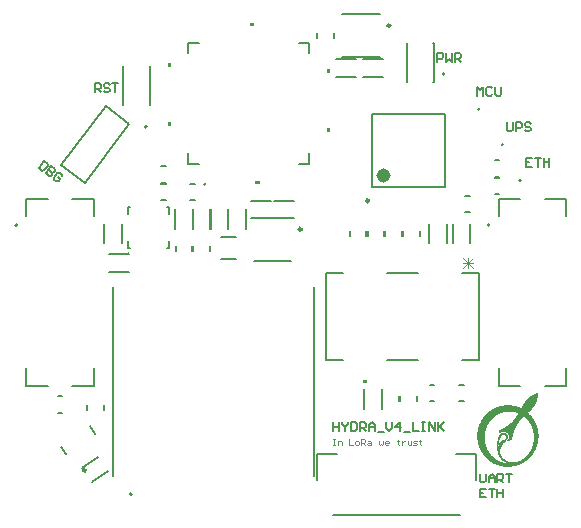
<source format=gto>
G04*
G04 #@! TF.GenerationSoftware,Altium Limited,Altium Designer,24.4.1 (13)*
G04*
G04 Layer_Color=65535*
%FSLAX44Y44*%
%MOMM*%
G71*
G04*
G04 #@! TF.SameCoordinates,FE180870-32F7-4A95-A59D-FA59A3482B45*
G04*
G04*
G04 #@! TF.FilePolarity,Positive*
G04*
G01*
G75*
%ADD10C,0.1524*%
%ADD11C,0.1000*%
%ADD12C,0.2000*%
%ADD13C,0.2500*%
%ADD14C,0.6000*%
%ADD15C,0.1500*%
%ADD16C,0.1270*%
%ADD17C,0.0762*%
G36*
X60155Y-73721D02*
Y-76261D01*
X56345D01*
Y-73721D01*
X60155D01*
D02*
G37*
G36*
X205000Y-85000D02*
X204970Y-85711D01*
X204941Y-85800D01*
X204896Y-86170D01*
X204867Y-86584D01*
X204837Y-86940D01*
X204807Y-87117D01*
X204778Y-87265D01*
X204734Y-87665D01*
X204660Y-88124D01*
X204630Y-88243D01*
X204600Y-88391D01*
X204571Y-88657D01*
X204541Y-88805D01*
X204511Y-88924D01*
X204467Y-89087D01*
X204437Y-89294D01*
X204408Y-89472D01*
X204349Y-89620D01*
X204319Y-89738D01*
X204275Y-90019D01*
X204215Y-90167D01*
X204171Y-90330D01*
X204141Y-90538D01*
X204052Y-90745D01*
X204023Y-90863D01*
X203978Y-91056D01*
X203919Y-91204D01*
X203830Y-91530D01*
X203756Y-91692D01*
X203727Y-91811D01*
X203579Y-92196D01*
X203549Y-92314D01*
X203431Y-92581D01*
X203401Y-92699D01*
X203342Y-92759D01*
X203312Y-92877D01*
X203164Y-93203D01*
X203105Y-93351D01*
X202986Y-93617D01*
X202957Y-93677D01*
X202897Y-93736D01*
X202853Y-93899D01*
X202779Y-94002D01*
X202720Y-94150D01*
X202690Y-94210D01*
X202631Y-94269D01*
X202557Y-94461D01*
X202512Y-94506D01*
X202483Y-94565D01*
X202365Y-94772D01*
X202216Y-95039D01*
X202098Y-95246D01*
X202039Y-95305D01*
X202009Y-95424D01*
X201891Y-95542D01*
X201861Y-95631D01*
X201743Y-95809D01*
X201713Y-95868D01*
X201624Y-95957D01*
X201535Y-96105D01*
X201417Y-96283D01*
X201387Y-96342D01*
X201298Y-96431D01*
X201269Y-96490D01*
X201180Y-96579D01*
X201091Y-96727D01*
X200810Y-97097D01*
X200765Y-97141D01*
X200736Y-97200D01*
X200617Y-97319D01*
X200529Y-97467D01*
X200440Y-97556D01*
X200410Y-97615D01*
X200292Y-97733D01*
X200262Y-97793D01*
X200084Y-97970D01*
X200055Y-98030D01*
X199907Y-98178D01*
X199877Y-98237D01*
X199729Y-98385D01*
X199699Y-98444D01*
X199640Y-98474D01*
X199611Y-98533D01*
X199462Y-98681D01*
X199433Y-98740D01*
X199344Y-98799D01*
X199314Y-98859D01*
X197967Y-100206D01*
X197923Y-100221D01*
X197893Y-100280D01*
X197848Y-100325D01*
X197789Y-100354D01*
X197701Y-100473D01*
X197641Y-100502D01*
X197256Y-100887D01*
X197197Y-100917D01*
X196960Y-101154D01*
X196901Y-101183D01*
X196634Y-101450D01*
X196575Y-101480D01*
X196427Y-101628D01*
X196368Y-101657D01*
X196324Y-101790D01*
X196353Y-101879D01*
X196397Y-101924D01*
X196457Y-101953D01*
X196575Y-102072D01*
X196620Y-102087D01*
X196649Y-102146D01*
X196827Y-102294D01*
X197019Y-102486D01*
X197064Y-102501D01*
X197093Y-102560D01*
X197138Y-102605D01*
X197197Y-102634D01*
X197256Y-102723D01*
X197316Y-102753D01*
X198071Y-103508D01*
X198100Y-103567D01*
X198145Y-103612D01*
X198189Y-103626D01*
X198219Y-103686D01*
X198604Y-104071D01*
X198633Y-104130D01*
X198781Y-104278D01*
X198796Y-104322D01*
X198855Y-104352D01*
X198929Y-104456D01*
X199018Y-104544D01*
X199048Y-104604D01*
X199166Y-104722D01*
X199196Y-104781D01*
X199314Y-104900D01*
X199344Y-104959D01*
X199462Y-105077D01*
X199492Y-105137D01*
X199581Y-105225D01*
X199611Y-105285D01*
X199744Y-105448D01*
X199981Y-105744D01*
X200025Y-105788D01*
X200055Y-105847D01*
X200203Y-106055D01*
X200232Y-106114D01*
X200321Y-106203D01*
X200351Y-106262D01*
X200440Y-106351D01*
X200558Y-106558D01*
X200617Y-106617D01*
X200647Y-106677D01*
X200706Y-106736D01*
X200795Y-106884D01*
X200854Y-106943D01*
X201091Y-107358D01*
X201150Y-107417D01*
X201239Y-107565D01*
X201358Y-107772D01*
X201417Y-107831D01*
X201654Y-108246D01*
X201831Y-108542D01*
X201980Y-108809D01*
X202098Y-109016D01*
X202246Y-109283D01*
X202335Y-109490D01*
X202365Y-109549D01*
X202424Y-109608D01*
X202453Y-109727D01*
X202483Y-109786D01*
X202601Y-109964D01*
X202631Y-110082D01*
X202690Y-110141D01*
X202779Y-110378D01*
X202897Y-110645D01*
X202927Y-110704D01*
X203046Y-110970D01*
X203075Y-111030D01*
X203164Y-111237D01*
X203312Y-111563D01*
X203342Y-111681D01*
X203460Y-111948D01*
X203490Y-112066D01*
X203549Y-112125D01*
X203608Y-112362D01*
X203638Y-112421D01*
X203727Y-112629D01*
X203771Y-112792D01*
X203845Y-112954D01*
X203875Y-113073D01*
X203919Y-113236D01*
X203993Y-113399D01*
X204052Y-113636D01*
X204141Y-113843D01*
X204186Y-114065D01*
X204245Y-114213D01*
X204289Y-114376D01*
X204334Y-114598D01*
X204408Y-114790D01*
X204437Y-114909D01*
X204482Y-115131D01*
X204556Y-115383D01*
X204585Y-115501D01*
X204615Y-115768D01*
X204674Y-115916D01*
X204704Y-116034D01*
X204734Y-116241D01*
X204763Y-116360D01*
X204807Y-116552D01*
X204837Y-116671D01*
X204867Y-116908D01*
X204926Y-117263D01*
X204985Y-117500D01*
X205015Y-117855D01*
X205044Y-118122D01*
X205074Y-118270D01*
X205104Y-118448D01*
X205148Y-118847D01*
X205193Y-119632D01*
X205222Y-119810D01*
X205266Y-119913D01*
X205296Y-120002D01*
X205281Y-123186D01*
X205237Y-123200D01*
X205178Y-123615D01*
X205133Y-124429D01*
X205104Y-124666D01*
X205044Y-124962D01*
X205015Y-125259D01*
X204985Y-125584D01*
X204956Y-125732D01*
X204911Y-125895D01*
X204852Y-126310D01*
X204807Y-126561D01*
X204763Y-126724D01*
X204734Y-126932D01*
X204660Y-127243D01*
X204615Y-127406D01*
X204585Y-127524D01*
X204556Y-127761D01*
X204526Y-127850D01*
X204467Y-127998D01*
X204423Y-128279D01*
X204363Y-128427D01*
X204319Y-128590D01*
X204289Y-128708D01*
X204245Y-128871D01*
X204171Y-129064D01*
X204126Y-129316D01*
X204023Y-129567D01*
X203978Y-129760D01*
X203875Y-130011D01*
X203830Y-130204D01*
X203786Y-130248D01*
X203727Y-130485D01*
X203667Y-130633D01*
X203579Y-130841D01*
X203549Y-130959D01*
X203431Y-131226D01*
X203401Y-131344D01*
X203342Y-131403D01*
X203312Y-131522D01*
X203268Y-131685D01*
X203223Y-131729D01*
X203105Y-132025D01*
X203016Y-132232D01*
X202720Y-132884D01*
X202690Y-132943D01*
X202631Y-133002D01*
X202557Y-133195D01*
X202216Y-133831D01*
X202157Y-133980D01*
X202128Y-134039D01*
X202068Y-134098D01*
X201772Y-134631D01*
X201654Y-134838D01*
X201506Y-135105D01*
X201298Y-135430D01*
X201269Y-135490D01*
X201210Y-135549D01*
X201091Y-135756D01*
X201032Y-135815D01*
X201002Y-135904D01*
X200884Y-136082D01*
X200854Y-136141D01*
X200765Y-136230D01*
X200676Y-136378D01*
X200617Y-136437D01*
X200529Y-136585D01*
X200469Y-136645D01*
X200380Y-136793D01*
X200232Y-137000D01*
X199951Y-137370D01*
X199907Y-137415D01*
X199818Y-137563D01*
X199729Y-137652D01*
X199699Y-137711D01*
X199611Y-137800D01*
X199581Y-137859D01*
X199492Y-137948D01*
X199462Y-138007D01*
X199329Y-138170D01*
X199270Y-138258D01*
X199211Y-138288D01*
X199063Y-138466D01*
X198989Y-138569D01*
X198870Y-138688D01*
X198841Y-138747D01*
X198722Y-138866D01*
X198692Y-138925D01*
X198574Y-139043D01*
X198559Y-139088D01*
X198500Y-139117D01*
X198352Y-139295D01*
X198011Y-139635D01*
X197997Y-139680D01*
X197937Y-139710D01*
X197893Y-139754D01*
X197863Y-139813D01*
X197775Y-139872D01*
X197745Y-139932D01*
X197552Y-140124D01*
X197508Y-140139D01*
X197478Y-140198D01*
X197434Y-140243D01*
X197375Y-140272D01*
X197330Y-140317D01*
X197316Y-140361D01*
X197256Y-140391D01*
X196812Y-140835D01*
X196753Y-140864D01*
X196723Y-140924D01*
X196664Y-140953D01*
X196516Y-141101D01*
X196457Y-141131D01*
X196338Y-141249D01*
X196279Y-141279D01*
X196161Y-141397D01*
X196101Y-141427D01*
X195865Y-141664D01*
X195805Y-141694D01*
X195687Y-141812D01*
X195628Y-141842D01*
X195539Y-141931D01*
X195391Y-142019D01*
X195302Y-142108D01*
X195243Y-142138D01*
X195154Y-142227D01*
X195095Y-142256D01*
X194976Y-142375D01*
X194828Y-142464D01*
X194769Y-142523D01*
X194621Y-142612D01*
X194562Y-142671D01*
X194502Y-142701D01*
X194414Y-142789D01*
X194206Y-142908D01*
X194147Y-142967D01*
X194088Y-142997D01*
X193999Y-143085D01*
X193851Y-143174D01*
X193643Y-143293D01*
X193584Y-143352D01*
X193436Y-143441D01*
X193229Y-143559D01*
X193140Y-143648D01*
X192726Y-143885D01*
X192666Y-143944D01*
X192548Y-143974D01*
X192459Y-144063D01*
X192267Y-144137D01*
X192192Y-144211D01*
X191748Y-144448D01*
X191689Y-144507D01*
X191526Y-144551D01*
X191452Y-144625D01*
X191260Y-144699D01*
X191186Y-144773D01*
X191023Y-144818D01*
X190919Y-144892D01*
X190771Y-144951D01*
X190712Y-144981D01*
X190564Y-145070D01*
X190416Y-145129D01*
X190149Y-145247D01*
X189823Y-145395D01*
X189764Y-145425D01*
X189705Y-145484D01*
X189513Y-145528D01*
X189320Y-145632D01*
X189202Y-145662D01*
X188935Y-145780D01*
X188743Y-145854D01*
X188580Y-145928D01*
X188417Y-145973D01*
X188165Y-146076D01*
X187973Y-146150D01*
X187839Y-146195D01*
X187603Y-146254D01*
X187395Y-146343D01*
X187158Y-146402D01*
X186951Y-146491D01*
X186759Y-146535D01*
X186611Y-146594D01*
X186448Y-146639D01*
X186225Y-146683D01*
X186033Y-146757D01*
X185915Y-146787D01*
X185693Y-146831D01*
X185574Y-146861D01*
X185411Y-146905D01*
X185293Y-146935D01*
X185071Y-146980D01*
X184819Y-147053D01*
X184389Y-147128D01*
X184153Y-147187D01*
X183679Y-147246D01*
X183560Y-147276D01*
X183398Y-147320D01*
X183190Y-147350D01*
X182731Y-147394D01*
X182435Y-147453D01*
X182035Y-147498D01*
X181191Y-147542D01*
X181014Y-147572D01*
X180925Y-147601D01*
X180910Y-147646D01*
X177653Y-147616D01*
X177505Y-147557D01*
X177208Y-147527D01*
X176231Y-147468D01*
X176142Y-147438D01*
X175787Y-147379D01*
X175402Y-147350D01*
X175121Y-147305D01*
X174958Y-147261D01*
X174839Y-147231D01*
X174440Y-147187D01*
X174084Y-147098D01*
X173729Y-147039D01*
X173388Y-146935D01*
X173092Y-146905D01*
X172944Y-146846D01*
X172707Y-146787D01*
X172544Y-146743D01*
X172352Y-146669D01*
X172130Y-146624D01*
X171789Y-146521D01*
X171523Y-146461D01*
X171315Y-146372D01*
X171153Y-146328D01*
X170990Y-146254D01*
X170871Y-146224D01*
X170708Y-146180D01*
X170546Y-146106D01*
X170309Y-146047D01*
X170042Y-145928D01*
X169746Y-145810D01*
X169554Y-145736D01*
X169509Y-145691D01*
X169391Y-145662D01*
X169228Y-145617D01*
X169035Y-145514D01*
X168917Y-145484D01*
X168858Y-145425D01*
X168710Y-145366D01*
X168621Y-145336D01*
X168473Y-145247D01*
X168354Y-145218D01*
X168029Y-145070D01*
X167969Y-145040D01*
X167821Y-144951D01*
X166844Y-144448D01*
X166577Y-144299D01*
X166518Y-144240D01*
X166400Y-144211D01*
X166311Y-144122D01*
X166119Y-144048D01*
X166044Y-143974D01*
X165896Y-143915D01*
X165837Y-143855D01*
X165630Y-143737D01*
X165571Y-143678D01*
X165423Y-143618D01*
X165334Y-143530D01*
X165186Y-143441D01*
X164978Y-143322D01*
X164919Y-143263D01*
X164712Y-143145D01*
X164342Y-142863D01*
X164105Y-142715D01*
X164060Y-142671D01*
X164001Y-142641D01*
X163912Y-142552D01*
X163764Y-142464D01*
X163705Y-142404D01*
X163646Y-142375D01*
X163483Y-142241D01*
X163187Y-142004D01*
X163142Y-141960D01*
X163083Y-141931D01*
X162994Y-141842D01*
X162846Y-141753D01*
X162757Y-141664D01*
X162698Y-141634D01*
X162461Y-141397D01*
X162402Y-141368D01*
X162284Y-141249D01*
X162224Y-141220D01*
X162076Y-141072D01*
X162017Y-141042D01*
X161928Y-140953D01*
X161869Y-140924D01*
X161825Y-140879D01*
X161810Y-140835D01*
X161751Y-140805D01*
X161306Y-140361D01*
X161262Y-140346D01*
X161232Y-140287D01*
X161188Y-140243D01*
X161129Y-140213D01*
X161070Y-140124D01*
X161010Y-140094D01*
X160818Y-139902D01*
X160788Y-139843D01*
X160699Y-139784D01*
X160670Y-139724D01*
X160625Y-139680D01*
X160581Y-139665D01*
X160551Y-139606D01*
X160137Y-139191D01*
X160107Y-139132D01*
X160063Y-139088D01*
X160018Y-139073D01*
X159989Y-139014D01*
X159870Y-138895D01*
X159840Y-138836D01*
X159722Y-138717D01*
X159692Y-138658D01*
X159544Y-138510D01*
X159515Y-138451D01*
X159396Y-138333D01*
X159367Y-138273D01*
X159278Y-138214D01*
X159248Y-138155D01*
X159159Y-138066D01*
X159130Y-138007D01*
X158997Y-137844D01*
X158923Y-137740D01*
X158863Y-137681D01*
X158834Y-137622D01*
X158715Y-137503D01*
X158626Y-137355D01*
X158567Y-137296D01*
X158538Y-137237D01*
X158449Y-137148D01*
X158360Y-137000D01*
X158301Y-136941D01*
X158271Y-136882D01*
X158123Y-136674D01*
X158093Y-136615D01*
X158005Y-136526D01*
X157916Y-136378D01*
X157857Y-136319D01*
X157768Y-136171D01*
X157708Y-136112D01*
X157679Y-136023D01*
X157590Y-135934D01*
X157531Y-135786D01*
X157442Y-135697D01*
X157205Y-135282D01*
X157146Y-135223D01*
X157057Y-135075D01*
X156909Y-134809D01*
X156790Y-134601D01*
X156642Y-134335D01*
X156583Y-134276D01*
X156553Y-134157D01*
X156435Y-133980D01*
X155902Y-132943D01*
X155843Y-132795D01*
X155724Y-132528D01*
X155428Y-131877D01*
X155310Y-131610D01*
X155236Y-131418D01*
X155162Y-131255D01*
X155117Y-131092D01*
X155043Y-130959D01*
X155014Y-130841D01*
X154955Y-130693D01*
X154866Y-130485D01*
X154821Y-130322D01*
X154747Y-130160D01*
X154703Y-129967D01*
X154643Y-129819D01*
X154599Y-129686D01*
X154570Y-129567D01*
X154495Y-129375D01*
X154451Y-129241D01*
X154392Y-128975D01*
X154333Y-128827D01*
X154303Y-128708D01*
X154258Y-128516D01*
X154199Y-128368D01*
X154155Y-128205D01*
X154110Y-127983D01*
X154036Y-127731D01*
X154007Y-127524D01*
X153962Y-127331D01*
X153888Y-127080D01*
X153859Y-126872D01*
X153814Y-126680D01*
X153755Y-126443D01*
X153726Y-126177D01*
X153666Y-125851D01*
X153607Y-125614D01*
X153577Y-125259D01*
X153548Y-124992D01*
X153518Y-124814D01*
X153489Y-124666D01*
X153444Y-124267D01*
X153400Y-123482D01*
X153370Y-123304D01*
X153326Y-123200D01*
X153296Y-123112D01*
X153326Y-119884D01*
X153385Y-119736D01*
X153415Y-119440D01*
X153444Y-118699D01*
X153474Y-118581D01*
X153503Y-118285D01*
X153533Y-118196D01*
X153563Y-117900D01*
X153592Y-117692D01*
X153622Y-117367D01*
X153681Y-117219D01*
X153740Y-116715D01*
X153770Y-116597D01*
X153814Y-116434D01*
X153844Y-116286D01*
X153903Y-115931D01*
X153977Y-115679D01*
X154007Y-115560D01*
X154036Y-115323D01*
X154096Y-115175D01*
X154155Y-114938D01*
X154199Y-114716D01*
X154273Y-114553D01*
X154303Y-114346D01*
X154377Y-114154D01*
X154421Y-113991D01*
X154466Y-113798D01*
X154525Y-113650D01*
X154570Y-113517D01*
X154614Y-113354D01*
X154673Y-113206D01*
X154718Y-113073D01*
X154762Y-112910D01*
X154836Y-112747D01*
X154895Y-112510D01*
X155014Y-112244D01*
X155043Y-112125D01*
X155132Y-111977D01*
X155177Y-111814D01*
X155221Y-111711D01*
X155280Y-111563D01*
X155354Y-111370D01*
X155399Y-111326D01*
X155428Y-111207D01*
X155872Y-110230D01*
X156228Y-109549D01*
X156317Y-109342D01*
X156346Y-109283D01*
X156405Y-109223D01*
X156435Y-109105D01*
X156553Y-108927D01*
X156790Y-108512D01*
X156938Y-108246D01*
X157057Y-108039D01*
X157116Y-107979D01*
X157353Y-107565D01*
X157412Y-107506D01*
X157531Y-107298D01*
X157738Y-106973D01*
X157768Y-106913D01*
X157857Y-106825D01*
X157901Y-106721D01*
X157945Y-106706D01*
X157975Y-106647D01*
X158167Y-106366D01*
X158242Y-106262D01*
X158449Y-105966D01*
X158478Y-105907D01*
X158567Y-105818D01*
X158597Y-105758D01*
X158715Y-105640D01*
X158745Y-105581D01*
X158834Y-105492D01*
X158863Y-105433D01*
X158923Y-105374D01*
X158952Y-105314D01*
X159085Y-105152D01*
X159130Y-105107D01*
X159159Y-105048D01*
X159278Y-104929D01*
X159307Y-104870D01*
X159426Y-104752D01*
X159456Y-104692D01*
X159604Y-104544D01*
X159633Y-104485D01*
X159722Y-104396D01*
X159737Y-104352D01*
X159796Y-104322D01*
X159870Y-104219D01*
X159989Y-104100D01*
X160018Y-104041D01*
X160551Y-103508D01*
X160581Y-103449D01*
X160670Y-103390D01*
X160699Y-103330D01*
X161306Y-102723D01*
X161366Y-102694D01*
X161425Y-102605D01*
X161484Y-102575D01*
X161899Y-102161D01*
X161958Y-102131D01*
X162195Y-101894D01*
X162254Y-101865D01*
X162372Y-101746D01*
X162432Y-101716D01*
X162580Y-101568D01*
X162639Y-101539D01*
X162757Y-101420D01*
X162802Y-101405D01*
X162817Y-101361D01*
X162876Y-101331D01*
X162980Y-101257D01*
X162994Y-101213D01*
X163142Y-101124D01*
X163231Y-101035D01*
X163290Y-101006D01*
X163379Y-100917D01*
X163527Y-100828D01*
X163616Y-100739D01*
X163675Y-100710D01*
X163705Y-100650D01*
X163912Y-100532D01*
X163972Y-100473D01*
X164031Y-100443D01*
X164090Y-100384D01*
X164149Y-100354D01*
X164312Y-100221D01*
X164549Y-100073D01*
X164653Y-99999D01*
X164712Y-99940D01*
X164919Y-99821D01*
X165126Y-99673D01*
X165334Y-99555D01*
X165393Y-99495D01*
X165556Y-99421D01*
X165571Y-99377D01*
X165778Y-99258D01*
X166044Y-99110D01*
X166252Y-98992D01*
X166518Y-98844D01*
X166577Y-98785D01*
X166696Y-98755D01*
X166785Y-98666D01*
X166933Y-98607D01*
X166992Y-98577D01*
X167051Y-98518D01*
X167244Y-98444D01*
X167880Y-98104D01*
X168029Y-98044D01*
X168088Y-98015D01*
X168621Y-97778D01*
X169006Y-97600D01*
X169065Y-97571D01*
X169124Y-97511D01*
X169346Y-97467D01*
X169539Y-97363D01*
X169702Y-97319D01*
X169953Y-97215D01*
X170101Y-97156D01*
X170309Y-97067D01*
X170427Y-97038D01*
X170634Y-96949D01*
X170753Y-96919D01*
X170916Y-96875D01*
X171079Y-96801D01*
X171315Y-96742D01*
X171523Y-96653D01*
X171641Y-96623D01*
X171834Y-96549D01*
X171997Y-96505D01*
X172234Y-96475D01*
X172441Y-96386D01*
X172559Y-96356D01*
X172722Y-96312D01*
X172974Y-96238D01*
X173181Y-96208D01*
X173374Y-96164D01*
X173625Y-96090D01*
X173833Y-96060D01*
X173951Y-96031D01*
X174099Y-95971D01*
X174395Y-95942D01*
X174603Y-95912D01*
X174721Y-95883D01*
X174913Y-95838D01*
X175032Y-95809D01*
X175298Y-95779D01*
X175535Y-95749D01*
X175683Y-95720D01*
X175861Y-95690D01*
X176261Y-95646D01*
X176720Y-95601D01*
X176957Y-95572D01*
X177253Y-95542D01*
X177667Y-95513D01*
X178911Y-95483D01*
X179666Y-95468D01*
X179755Y-95498D01*
X181325Y-95527D01*
X181413Y-95557D01*
X181872Y-95601D01*
X182139Y-95631D01*
X182524Y-95661D01*
X183057Y-95749D01*
X183294Y-95779D01*
X183590Y-95809D01*
X183827Y-95868D01*
X183975Y-95898D01*
X184153Y-95927D01*
X184389Y-95957D01*
X184538Y-95986D01*
X184671Y-96031D01*
X184789Y-96060D01*
X185174Y-96120D01*
X185322Y-96179D01*
X185441Y-96208D01*
X185693Y-96253D01*
X186033Y-96356D01*
X186255Y-96401D01*
X186418Y-96475D01*
X186625Y-96505D01*
X186818Y-96579D01*
X186951Y-96623D01*
X187218Y-96682D01*
X187425Y-96771D01*
X187543Y-96801D01*
X187839Y-96919D01*
X188032Y-96964D01*
X188165Y-97038D01*
X188284Y-97067D01*
X188447Y-97112D01*
X188491Y-97156D01*
X188698Y-97215D01*
X189024Y-97363D01*
X189142Y-97393D01*
X189675Y-97630D01*
X189823Y-97689D01*
X190090Y-97808D01*
X190149Y-97837D01*
X190475Y-97985D01*
X190593Y-97956D01*
X190638Y-97911D01*
X190712Y-97719D01*
X190786Y-97645D01*
X190860Y-97452D01*
X190934Y-97378D01*
X190978Y-97215D01*
X191052Y-97141D01*
X191112Y-96993D01*
X191141Y-96934D01*
X191201Y-96875D01*
X191245Y-96742D01*
X191260Y-96727D01*
X191289Y-96667D01*
X191378Y-96519D01*
X191585Y-96134D01*
X191645Y-96075D01*
X191674Y-95957D01*
X191793Y-95779D01*
X192030Y-95365D01*
X192178Y-95098D01*
X192296Y-94891D01*
X192355Y-94831D01*
X192385Y-94713D01*
X192474Y-94624D01*
X192622Y-94358D01*
X192829Y-94032D01*
X192859Y-93973D01*
X192918Y-93913D01*
X193155Y-93499D01*
X193214Y-93440D01*
X193303Y-93292D01*
X193451Y-93084D01*
X193570Y-92877D01*
X193658Y-92788D01*
X193688Y-92699D01*
X193777Y-92611D01*
X193866Y-92462D01*
X193925Y-92403D01*
X194014Y-92255D01*
X194073Y-92196D01*
X194102Y-92137D01*
X194221Y-92018D01*
X194310Y-91870D01*
X194369Y-91811D01*
X194399Y-91752D01*
X194487Y-91663D01*
X194576Y-91515D01*
X194665Y-91426D01*
X194695Y-91367D01*
X194902Y-91159D01*
X194932Y-91100D01*
X195065Y-90937D01*
X195198Y-90804D01*
X195228Y-90745D01*
X195346Y-90626D01*
X195376Y-90567D01*
X196205Y-89738D01*
X196235Y-89679D01*
X196338Y-89605D01*
X196694Y-89249D01*
X196753Y-89220D01*
X196990Y-88983D01*
X197049Y-88953D01*
X197167Y-88835D01*
X197227Y-88805D01*
X197316Y-88716D01*
X197375Y-88687D01*
X197478Y-88613D01*
X197493Y-88568D01*
X197552Y-88539D01*
X197626Y-88494D01*
X197656Y-88435D01*
X197819Y-88331D01*
X198189Y-88050D01*
X198234Y-88006D01*
X198441Y-87887D01*
X198648Y-87739D01*
X198974Y-87532D01*
X199033Y-87502D01*
X199092Y-87443D01*
X199300Y-87325D01*
X199566Y-87177D01*
X199773Y-87058D01*
X200040Y-86910D01*
X200099Y-86851D01*
X200262Y-86806D01*
X200336Y-86732D01*
X200529Y-86658D01*
X200721Y-86555D01*
X200839Y-86525D01*
X200928Y-86436D01*
X201091Y-86392D01*
X201284Y-86288D01*
X201476Y-86214D01*
X201639Y-86140D01*
X201831Y-86066D01*
X201876Y-86022D01*
X201994Y-85992D01*
X202187Y-85918D01*
X202231Y-85874D01*
X202424Y-85829D01*
X202735Y-85696D01*
X202912Y-85666D01*
X203060Y-85577D01*
X203253Y-85533D01*
X203505Y-85429D01*
X203771Y-85370D01*
X203978Y-85281D01*
X204171Y-85237D01*
X204319Y-85178D01*
X204482Y-85133D01*
X204748Y-85104D01*
X204822Y-85030D01*
X204837Y-84985D01*
X205000Y-85000D01*
D02*
G37*
G36*
X-34405Y93991D02*
Y91451D01*
X-30595D01*
Y93991D01*
X-34405D01*
D02*
G37*
G36*
X26009Y139405D02*
Y135595D01*
X28549D01*
Y139405D01*
X26009D01*
D02*
G37*
G36*
X-106009Y144405D02*
Y140595D01*
X-108549D01*
Y144405D01*
X-106009D01*
D02*
G37*
G36*
Y194405D02*
Y190595D01*
X-108549D01*
Y194405D01*
X-106009D01*
D02*
G37*
G36*
X-39405Y226009D02*
Y228549D01*
X-35595D01*
Y226009D01*
X-39405D01*
D02*
G37*
G36*
X26009Y189405D02*
Y185595D01*
X28549D01*
Y189405D01*
X26009D01*
D02*
G37*
%LPC*%
G36*
X175876Y-120669D02*
X175135Y-120698D01*
X174928Y-120787D01*
X174780Y-120817D01*
X174721Y-120876D01*
X174454Y-121024D01*
X174395Y-121083D01*
X174336Y-121113D01*
X174247Y-121202D01*
X174188Y-121231D01*
X174040Y-121379D01*
X173981Y-121409D01*
X173907Y-121483D01*
X173877Y-121542D01*
X173759Y-121661D01*
X173729Y-121720D01*
X173610Y-121838D01*
X173522Y-121986D01*
X173314Y-122312D01*
X173107Y-122697D01*
X173048Y-122845D01*
X172959Y-122993D01*
X172900Y-123141D01*
X172781Y-123408D01*
X172707Y-123600D01*
X172663Y-123645D01*
X172604Y-123882D01*
X172485Y-124148D01*
X172441Y-124311D01*
X172381Y-124429D01*
X172367Y-124444D01*
X172337Y-124563D01*
X172293Y-124726D01*
X172219Y-124888D01*
X172145Y-125199D01*
X172071Y-125362D01*
X172026Y-125614D01*
X171967Y-125762D01*
X171923Y-125925D01*
X171878Y-126147D01*
X171804Y-126339D01*
X171775Y-126458D01*
X171730Y-126710D01*
X171656Y-126961D01*
X171626Y-127080D01*
X171582Y-127361D01*
X171508Y-127613D01*
X171478Y-127820D01*
X171434Y-128013D01*
X171375Y-128249D01*
X171345Y-128486D01*
X171315Y-128753D01*
X171256Y-128990D01*
X171227Y-129138D01*
X171197Y-129434D01*
X171153Y-129834D01*
X171123Y-129952D01*
X171064Y-130248D01*
X171108Y-130352D01*
X171153Y-130337D01*
X171182Y-130219D01*
X171227Y-130056D01*
X171271Y-130011D01*
X171330Y-129863D01*
X171375Y-129671D01*
X171464Y-129434D01*
X171493Y-129316D01*
X171626Y-129004D01*
X171656Y-128886D01*
X171715Y-128827D01*
X171775Y-128620D01*
X171923Y-128294D01*
X171952Y-128235D01*
X172011Y-128175D01*
X172100Y-127938D01*
X172160Y-127879D01*
X172189Y-127761D01*
X172278Y-127613D01*
X172396Y-127406D01*
X172456Y-127346D01*
X172574Y-127139D01*
X172766Y-126858D01*
X173003Y-126561D01*
X173078Y-126458D01*
X173344Y-126191D01*
X173359Y-126147D01*
X173418Y-126117D01*
X173492Y-126014D01*
X173566Y-125940D01*
X173625Y-125910D01*
X173788Y-125777D01*
X173833Y-125732D01*
X173892Y-125703D01*
X173981Y-125614D01*
X174129Y-125525D01*
X174336Y-125407D01*
X174395Y-125347D01*
X174514Y-125318D01*
X174691Y-125199D01*
X174810Y-125170D01*
X174958Y-125081D01*
X175239Y-124977D01*
X175284Y-124933D01*
X175550Y-124874D01*
X175817Y-124755D01*
X175935Y-124726D01*
X175994Y-124666D01*
X176231Y-124607D01*
X176290Y-124577D01*
X176350Y-124518D01*
X176468Y-124489D01*
X176616Y-124400D01*
X176675Y-124340D01*
X176735Y-124311D01*
X176824Y-124222D01*
X176971Y-124133D01*
X177016Y-124089D01*
X177046Y-124030D01*
X177164Y-123911D01*
X177194Y-123852D01*
X177283Y-123704D01*
X177460Y-123319D01*
X177490Y-123171D01*
X177549Y-123023D01*
X177579Y-122727D01*
X177549Y-122253D01*
X177460Y-122046D01*
X177430Y-121868D01*
X177312Y-121690D01*
X177253Y-121542D01*
X177164Y-121453D01*
X177134Y-121394D01*
X176824Y-121083D01*
X176764Y-121053D01*
X176675Y-120965D01*
X176483Y-120891D01*
X176409Y-120817D01*
X176142Y-120757D01*
X175994Y-120698D01*
X175876Y-120669D01*
D02*
G37*
G36*
X179962Y-100887D02*
X179874Y-100917D01*
X178837Y-100947D01*
X178748Y-100976D01*
X177949Y-101035D01*
X177830Y-101065D01*
X177549Y-101109D01*
X177194Y-101169D01*
X176957Y-101198D01*
X176809Y-101228D01*
X176646Y-101272D01*
X176527Y-101302D01*
X176157Y-101346D01*
X175817Y-101450D01*
X175535Y-101494D01*
X175387Y-101553D01*
X175269Y-101583D01*
X175121Y-101613D01*
X175002Y-101642D01*
X174839Y-101716D01*
X174499Y-101790D01*
X174336Y-101865D01*
X174144Y-101909D01*
X173995Y-101968D01*
X173803Y-102042D01*
X173655Y-102072D01*
X173596Y-102131D01*
X173403Y-102175D01*
X173285Y-102205D01*
X173092Y-102309D01*
X172929Y-102353D01*
X172885Y-102397D01*
X172737Y-102457D01*
X172574Y-102501D01*
X172530Y-102545D01*
X172248Y-102649D01*
X172115Y-102723D01*
X171967Y-102782D01*
X171819Y-102871D01*
X171626Y-102945D01*
X171582Y-102990D01*
X171464Y-103019D01*
X171315Y-103108D01*
X170783Y-103404D01*
X170634Y-103463D01*
X170486Y-103552D01*
X170279Y-103671D01*
X170220Y-103730D01*
X170101Y-103760D01*
X170012Y-103848D01*
X169598Y-104085D01*
X169539Y-104145D01*
X169391Y-104234D01*
X169331Y-104293D01*
X169183Y-104382D01*
X168976Y-104500D01*
X168917Y-104559D01*
X168769Y-104648D01*
X168710Y-104707D01*
X168650Y-104737D01*
X168280Y-105018D01*
X168176Y-105092D01*
X168117Y-105152D01*
X167969Y-105240D01*
X167910Y-105300D01*
X167851Y-105329D01*
X167732Y-105448D01*
X167673Y-105477D01*
X167555Y-105596D01*
X167495Y-105625D01*
X167466Y-105684D01*
X167407Y-105714D01*
X167244Y-105847D01*
X167199Y-105892D01*
X167140Y-105921D01*
X166903Y-106158D01*
X166844Y-106188D01*
X166577Y-106454D01*
X166518Y-106484D01*
X166459Y-106573D01*
X166400Y-106602D01*
X166355Y-106647D01*
X166341Y-106691D01*
X166281Y-106721D01*
X166207Y-106795D01*
X166192Y-106839D01*
X166133Y-106869D01*
X165911Y-107091D01*
X165896Y-107135D01*
X165837Y-107165D01*
X165793Y-107210D01*
X165763Y-107269D01*
X165660Y-107343D01*
X165511Y-107521D01*
X165378Y-107654D01*
X165348Y-107713D01*
X165260Y-107772D01*
X165230Y-107831D01*
X165082Y-107979D01*
X165052Y-108039D01*
X164934Y-108157D01*
X164904Y-108216D01*
X164786Y-108335D01*
X164756Y-108394D01*
X164638Y-108512D01*
X164608Y-108572D01*
X164490Y-108690D01*
X164460Y-108749D01*
X164371Y-108838D01*
X164342Y-108897D01*
X164253Y-108986D01*
X164223Y-109046D01*
X164090Y-109208D01*
X164016Y-109312D01*
X163957Y-109371D01*
X163868Y-109519D01*
X163809Y-109579D01*
X163720Y-109727D01*
X163661Y-109786D01*
X163572Y-109934D01*
X163424Y-110141D01*
X163216Y-110467D01*
X163187Y-110526D01*
X163098Y-110615D01*
X163068Y-110704D01*
X162950Y-110882D01*
X162861Y-111030D01*
X162743Y-111237D01*
X162683Y-111296D01*
X162624Y-111444D01*
X162565Y-111503D01*
X162506Y-111651D01*
X162476Y-111711D01*
X162417Y-111770D01*
X162343Y-111962D01*
X162269Y-112036D01*
X162195Y-112229D01*
X162121Y-112303D01*
X162091Y-112421D01*
X161973Y-112629D01*
X161913Y-112777D01*
X161825Y-112925D01*
X161795Y-113043D01*
X161736Y-113103D01*
X161617Y-113399D01*
X161528Y-113606D01*
X161380Y-113932D01*
X161351Y-114021D01*
X161232Y-114287D01*
X161203Y-114405D01*
X161143Y-114465D01*
X161099Y-114657D01*
X161040Y-114805D01*
X160996Y-114850D01*
X160951Y-115042D01*
X160892Y-115190D01*
X160818Y-115383D01*
X160788Y-115560D01*
X160699Y-115768D01*
X160640Y-116004D01*
X160551Y-116212D01*
X160477Y-116523D01*
X160403Y-116715D01*
X160374Y-116952D01*
X160285Y-117160D01*
X160255Y-117367D01*
X160211Y-117559D01*
X160166Y-117722D01*
X160137Y-117840D01*
X160107Y-118048D01*
X160063Y-118240D01*
X160018Y-118403D01*
X159989Y-118522D01*
X159915Y-119069D01*
X159855Y-119306D01*
X159826Y-119602D01*
X159796Y-119928D01*
X159737Y-120284D01*
X159692Y-120683D01*
X159648Y-121557D01*
X159619Y-122238D01*
X159604Y-123260D01*
X159633Y-123349D01*
X159663Y-124415D01*
X159692Y-124503D01*
X159722Y-125244D01*
X159752Y-125333D01*
X159796Y-125614D01*
X159826Y-125940D01*
X159855Y-126236D01*
X159915Y-126473D01*
X159944Y-126621D01*
X159974Y-126887D01*
X160033Y-127213D01*
X160077Y-127376D01*
X160107Y-127494D01*
X160152Y-127776D01*
X160196Y-127938D01*
X160255Y-128175D01*
X160285Y-128412D01*
X160374Y-128620D01*
X160403Y-128827D01*
X160477Y-129019D01*
X160522Y-129182D01*
X160566Y-129375D01*
X160625Y-129523D01*
X160670Y-129656D01*
X160714Y-129848D01*
X160788Y-130011D01*
X160818Y-130130D01*
X160862Y-130293D01*
X160966Y-130544D01*
X160996Y-130663D01*
X161114Y-130929D01*
X161143Y-131048D01*
X161232Y-131255D01*
X161306Y-131448D01*
X161351Y-131492D01*
X161380Y-131610D01*
X161440Y-131758D01*
X161528Y-131966D01*
X161677Y-132262D01*
Y-132292D01*
X161973Y-132913D01*
X162002Y-132973D01*
X162062Y-133032D01*
X162150Y-133269D01*
X162210Y-133328D01*
X162284Y-133520D01*
X162358Y-133595D01*
X162432Y-133787D01*
X162506Y-133861D01*
X162535Y-133980D01*
X162654Y-134157D01*
X162743Y-134305D01*
X162802Y-134365D01*
X162831Y-134483D01*
X162920Y-134572D01*
X163157Y-134986D01*
X163216Y-135046D01*
X163305Y-135194D01*
X163424Y-135401D01*
X163512Y-135490D01*
X163601Y-135638D01*
X163897Y-136052D01*
X164179Y-136423D01*
X164223Y-136467D01*
X164312Y-136615D01*
X164371Y-136674D01*
X164401Y-136734D01*
X164519Y-136852D01*
X164549Y-136911D01*
X164638Y-137000D01*
X164667Y-137059D01*
X164786Y-137178D01*
X164816Y-137237D01*
X164934Y-137355D01*
X164964Y-137415D01*
X165201Y-137652D01*
X165230Y-137711D01*
X165378Y-137859D01*
X165408Y-137918D01*
X165645Y-138155D01*
X165674Y-138214D01*
X165748Y-138288D01*
X165793Y-138303D01*
X165822Y-138362D01*
X165867Y-138407D01*
X165926Y-138436D01*
X166000Y-138540D01*
X166089Y-138599D01*
X166119Y-138658D01*
X166163Y-138703D01*
X166222Y-138732D01*
X166296Y-138836D01*
X166355Y-138866D01*
X166385Y-138925D01*
X166459Y-138999D01*
X166518Y-139029D01*
X166548Y-139088D01*
X166607Y-139117D01*
X166755Y-139265D01*
X166814Y-139295D01*
X167051Y-139532D01*
X167111Y-139562D01*
X167258Y-139710D01*
X167318Y-139739D01*
X167436Y-139858D01*
X167495Y-139887D01*
X167525Y-139946D01*
X167584Y-139976D01*
X167703Y-140094D01*
X167762Y-140124D01*
X167925Y-140257D01*
X168813Y-140939D01*
X169050Y-141087D01*
X169213Y-141190D01*
X169272Y-141249D01*
X169420Y-141338D01*
X169628Y-141457D01*
X169687Y-141516D01*
X170101Y-141753D01*
X170161Y-141812D01*
X170279Y-141842D01*
X170368Y-141931D01*
X170634Y-142079D01*
X171138Y-142345D01*
X171404Y-142493D01*
X171552Y-142552D01*
X171878Y-142701D01*
X171937Y-142730D01*
X172441Y-142967D01*
X172559Y-142997D01*
X172619Y-143056D01*
X172826Y-143115D01*
X173151Y-143263D01*
X173240Y-143293D01*
X173448Y-143382D01*
X173640Y-143426D01*
X173773Y-143500D01*
X173892Y-143530D01*
X174277Y-143678D01*
X174484Y-143707D01*
X174691Y-143796D01*
X174810Y-143826D01*
X174973Y-143870D01*
X175165Y-143944D01*
X175446Y-143989D01*
X175787Y-144092D01*
X176009Y-144137D01*
X176261Y-144211D01*
X176468Y-144240D01*
X176749Y-144285D01*
X176986Y-144344D01*
X177164Y-144374D01*
X177430Y-144403D01*
X177608Y-144433D01*
X177756Y-144462D01*
X177934Y-144492D01*
X178230Y-144522D01*
X178645Y-144551D01*
X178970Y-144581D01*
X179503Y-144640D01*
X180732Y-144655D01*
X180821Y-144625D01*
X181028Y-144596D01*
X181043Y-144581D01*
X180644Y-144536D01*
X179829Y-144492D01*
X179681Y-144462D01*
X179444Y-144403D01*
X179178Y-144374D01*
X179000Y-144344D01*
X178645Y-144255D01*
X178467Y-144226D01*
X178349Y-144196D01*
X178156Y-144122D01*
X178038Y-144092D01*
X177860Y-144063D01*
X177801Y-144003D01*
X177593Y-143944D01*
X177430Y-143900D01*
X177386Y-143855D01*
X177179Y-143796D01*
X176853Y-143648D01*
X176172Y-143293D01*
X175965Y-143174D01*
X175905Y-143115D01*
X175757Y-143056D01*
X175669Y-142967D01*
X175461Y-142849D01*
X175298Y-142745D01*
X175284Y-142701D01*
X175135Y-142612D01*
X175076Y-142552D01*
X174928Y-142464D01*
X174839Y-142375D01*
X174780Y-142345D01*
X174662Y-142227D01*
X174603Y-142197D01*
X174573Y-142138D01*
X174514Y-142108D01*
X174247Y-141842D01*
X174188Y-141812D01*
X174025Y-141649D01*
X173995Y-141590D01*
X173610Y-141205D01*
X173581Y-141146D01*
X173344Y-140909D01*
X173255Y-140761D01*
X173196Y-140702D01*
X173166Y-140642D01*
X173078Y-140554D01*
X173048Y-140494D01*
X172915Y-140331D01*
X172811Y-140169D01*
X172663Y-139961D01*
X172456Y-139635D01*
X172426Y-139576D01*
X172367Y-139517D01*
X172293Y-139325D01*
X172219Y-139251D01*
X172160Y-139102D01*
X172100Y-139043D01*
X172041Y-138895D01*
X171952Y-138747D01*
X171893Y-138599D01*
X171863Y-138540D01*
X171804Y-138481D01*
X171775Y-138362D01*
X171478Y-137711D01*
X171419Y-137563D01*
X171330Y-137355D01*
X171301Y-137237D01*
X171212Y-137030D01*
X171108Y-136748D01*
X171064Y-136615D01*
X171019Y-136423D01*
X170945Y-136260D01*
X170916Y-136141D01*
X170871Y-135978D01*
X170797Y-135815D01*
X170753Y-135534D01*
X170694Y-135386D01*
X170649Y-135223D01*
X170605Y-134972D01*
X170501Y-134631D01*
X170457Y-134290D01*
X170368Y-133935D01*
X170338Y-133669D01*
X170309Y-133491D01*
X170249Y-133195D01*
X170116Y-131995D01*
X170087Y-131788D01*
X170057Y-130781D01*
X170027Y-129508D01*
X170057Y-129419D01*
X170087Y-127998D01*
X170116Y-127909D01*
X170161Y-127509D01*
X170190Y-127272D01*
X170220Y-126917D01*
X170249Y-126680D01*
X170309Y-126384D01*
X170338Y-126206D01*
X170368Y-125940D01*
X170427Y-125703D01*
X170471Y-125540D01*
X170516Y-125199D01*
X170546Y-125081D01*
X170620Y-124888D01*
X170664Y-124577D01*
X170723Y-124429D01*
X170753Y-124311D01*
X170783Y-124163D01*
X170812Y-124044D01*
X170871Y-123896D01*
X170960Y-123571D01*
X171034Y-123408D01*
X171093Y-123141D01*
X171212Y-122875D01*
X171241Y-122756D01*
X171360Y-122490D01*
X171390Y-122371D01*
X171508Y-122105D01*
X171538Y-122046D01*
X171597Y-121986D01*
X171626Y-121868D01*
X171775Y-121542D01*
X171863Y-121394D01*
X171923Y-121246D01*
X171952Y-121157D01*
X172041Y-121068D01*
X172085Y-120876D01*
X172189Y-120713D01*
X172248Y-120565D01*
X172307Y-120506D01*
X172426Y-120298D01*
X172485Y-120239D01*
X172515Y-120150D01*
X172633Y-120032D01*
X172663Y-119973D01*
X173122Y-119514D01*
X173181Y-119484D01*
X173270Y-119395D01*
X173418Y-119306D01*
X173477Y-119247D01*
X173685Y-119129D01*
X174129Y-118921D01*
X174395Y-118803D01*
X174617Y-118758D01*
X174810Y-118685D01*
X175195Y-118655D01*
X175313Y-118625D01*
X175713Y-118610D01*
X176128Y-118640D01*
X176424Y-118670D01*
X176601Y-118699D01*
X176749Y-118758D01*
X176986Y-118818D01*
X177134Y-118877D01*
X177297Y-118951D01*
X177416Y-118981D01*
X177475Y-119040D01*
X177623Y-119099D01*
X177682Y-119129D01*
X177742Y-119188D01*
X177949Y-119306D01*
X178215Y-119514D01*
X178319Y-119588D01*
X178334Y-119632D01*
X178393Y-119662D01*
X178615Y-119884D01*
X178630Y-119928D01*
X178689Y-119958D01*
X178763Y-120062D01*
X178822Y-120121D01*
X178852Y-120180D01*
X179000Y-120387D01*
X179089Y-120535D01*
X179178Y-120743D01*
X179207Y-120802D01*
X179266Y-120861D01*
X179311Y-121053D01*
X179415Y-121305D01*
X179444Y-121512D01*
X179533Y-121868D01*
X179563Y-122164D01*
X179533Y-122816D01*
X179503Y-122904D01*
X179474Y-123023D01*
X179444Y-123230D01*
X179415Y-123349D01*
X179326Y-123556D01*
X179296Y-123674D01*
X179030Y-124178D01*
X178941Y-124326D01*
X178882Y-124385D01*
X178793Y-124533D01*
X178734Y-124592D01*
X178704Y-124651D01*
X178556Y-124799D01*
X178526Y-124859D01*
X178482Y-124903D01*
X178423Y-124933D01*
X178363Y-125022D01*
X178304Y-125051D01*
X178230Y-125125D01*
X178200Y-125184D01*
X178067Y-125347D01*
X178008Y-125377D01*
X177889Y-125495D01*
X177830Y-125525D01*
X177742Y-125614D01*
X177608Y-125688D01*
X177593Y-125732D01*
X177534Y-125762D01*
X177386Y-125910D01*
X177327Y-125940D01*
X177060Y-126206D01*
X177016Y-126221D01*
X176986Y-126280D01*
X176942Y-126325D01*
X176883Y-126354D01*
X176128Y-127109D01*
X176113Y-127154D01*
X176054Y-127183D01*
X175979Y-127287D01*
X175743Y-127524D01*
X175713Y-127583D01*
X175595Y-127702D01*
X175565Y-127761D01*
X175506Y-127790D01*
X175476Y-127850D01*
X175343Y-128013D01*
X175269Y-128116D01*
X175180Y-128205D01*
X175150Y-128264D01*
X175061Y-128353D01*
X174973Y-128501D01*
X174913Y-128560D01*
X174825Y-128708D01*
X174765Y-128768D01*
X174676Y-128916D01*
X174617Y-128975D01*
X174499Y-129182D01*
X174232Y-129626D01*
X174114Y-129834D01*
X173966Y-130100D01*
X173729Y-130604D01*
X173699Y-130663D01*
X173610Y-130870D01*
X173462Y-131196D01*
X173433Y-131344D01*
X173374Y-131403D01*
X173285Y-131758D01*
X173196Y-131966D01*
X173122Y-132277D01*
X173078Y-132410D01*
X173048Y-132528D01*
X173003Y-132810D01*
X172944Y-133047D01*
X172915Y-133224D01*
X172885Y-133609D01*
X172855Y-133935D01*
X172826Y-134438D01*
X172811Y-134601D01*
X172840Y-134690D01*
X172870Y-135401D01*
X172900Y-135490D01*
X172929Y-135934D01*
X172989Y-136082D01*
X173048Y-136437D01*
X173092Y-136600D01*
X173151Y-136748D01*
X173181Y-136896D01*
X173211Y-137015D01*
X173270Y-137163D01*
X173314Y-137296D01*
X173344Y-137415D01*
X173374Y-137474D01*
X173492Y-137740D01*
X173522Y-137800D01*
X173610Y-138007D01*
X173847Y-138451D01*
X173966Y-138658D01*
X174114Y-138925D01*
X174173Y-138984D01*
X174203Y-139073D01*
X174292Y-139162D01*
X174380Y-139310D01*
X174440Y-139369D01*
X174529Y-139517D01*
X174588Y-139576D01*
X174662Y-139710D01*
X174721Y-139739D01*
X174795Y-139843D01*
X174854Y-139902D01*
X174884Y-139961D01*
X175002Y-140080D01*
X175032Y-140139D01*
X175180Y-140287D01*
X175210Y-140346D01*
X175284Y-140420D01*
X175328Y-140435D01*
X175358Y-140494D01*
X175402Y-140539D01*
X175461Y-140568D01*
X175506Y-140613D01*
X175520Y-140657D01*
X175580Y-140687D01*
X175876Y-140983D01*
X175935Y-141012D01*
X176024Y-141101D01*
X176083Y-141131D01*
X176202Y-141249D01*
X176261Y-141279D01*
X176379Y-141397D01*
X176439Y-141427D01*
X176498Y-141486D01*
X176557Y-141516D01*
X176927Y-141768D01*
X176971Y-141812D01*
X177120Y-141901D01*
X177386Y-142049D01*
X177445Y-142108D01*
X177564Y-142138D01*
X177653Y-142227D01*
X177845Y-142301D01*
X177919Y-142375D01*
X178112Y-142449D01*
X178156Y-142493D01*
X178437Y-142597D01*
X178482Y-142641D01*
X178763Y-142745D01*
X178808Y-142789D01*
X179044Y-142849D01*
X179311Y-142967D01*
X179459Y-142997D01*
X179518Y-143056D01*
X179755Y-143115D01*
X179918Y-143160D01*
X180110Y-143233D01*
X180362Y-143278D01*
X180555Y-143352D01*
X180673Y-143382D01*
X180984Y-143426D01*
X181236Y-143500D01*
X181443Y-143530D01*
X181784Y-143574D01*
X181961Y-143604D01*
X182109Y-143633D01*
X182405Y-143663D01*
X183027Y-143693D01*
X183590Y-143722D01*
X183753Y-143737D01*
X183842Y-143707D01*
X185174Y-143678D01*
X185263Y-143648D01*
X185707Y-143618D01*
X185796Y-143589D01*
X186048Y-143544D01*
X186285Y-143515D01*
X186611Y-143456D01*
X186773Y-143411D01*
X186981Y-143382D01*
X187247Y-143352D01*
X187395Y-143293D01*
X187662Y-143263D01*
X187810Y-143204D01*
X188106Y-143115D01*
X188298Y-143041D01*
X188343Y-142997D01*
X188461Y-142967D01*
X188609Y-142908D01*
X188669Y-142849D01*
X188831Y-142804D01*
X189024Y-142701D01*
X189216Y-142626D01*
X189261Y-142582D01*
X189409Y-142523D01*
X189557Y-142434D01*
X189705Y-142375D01*
X189764Y-142345D01*
X189823Y-142286D01*
X190016Y-142212D01*
X190090Y-142138D01*
X190282Y-142064D01*
X190357Y-141990D01*
X190475Y-141960D01*
X190682Y-141812D01*
X190830Y-141723D01*
X191245Y-141486D01*
X191304Y-141427D01*
X191452Y-141338D01*
X191630Y-141220D01*
X191689Y-141190D01*
X191748Y-141131D01*
X191896Y-141042D01*
X191956Y-140983D01*
X192104Y-140894D01*
X192163Y-140835D01*
X192252Y-140805D01*
X192341Y-140716D01*
X192400Y-140687D01*
X192563Y-140554D01*
X192666Y-140479D01*
X192726Y-140420D01*
X192874Y-140331D01*
X192933Y-140272D01*
X192992Y-140243D01*
X193111Y-140124D01*
X193170Y-140094D01*
X193288Y-139976D01*
X193347Y-139946D01*
X193466Y-139828D01*
X193525Y-139798D01*
X193614Y-139710D01*
X193673Y-139680D01*
X193821Y-139532D01*
X193880Y-139502D01*
X194117Y-139265D01*
X194177Y-139236D01*
X194221Y-139191D01*
X194236Y-139147D01*
X194295Y-139117D01*
X195376Y-138036D01*
X195391Y-137992D01*
X195450Y-137962D01*
X195494Y-137918D01*
X195524Y-137859D01*
X195672Y-137711D01*
X195687Y-137666D01*
X195731Y-137652D01*
X195761Y-137592D01*
X195909Y-137444D01*
X195938Y-137385D01*
X196057Y-137267D01*
X196087Y-137207D01*
X196205Y-137089D01*
X196235Y-137030D01*
X196353Y-136911D01*
X196383Y-136852D01*
X196501Y-136734D01*
X196531Y-136674D01*
X196590Y-136615D01*
X196620Y-136556D01*
X196753Y-136393D01*
X196827Y-136289D01*
X196886Y-136230D01*
X196975Y-136082D01*
X197034Y-136023D01*
X197123Y-135875D01*
X197182Y-135815D01*
X197271Y-135667D01*
X197330Y-135608D01*
X197419Y-135460D01*
X197612Y-135179D01*
X197715Y-135016D01*
X197834Y-134809D01*
X197893Y-134749D01*
X198130Y-134335D01*
X198189Y-134276D01*
X198219Y-134157D01*
X198307Y-134068D01*
X198382Y-133876D01*
X198456Y-133802D01*
X198530Y-133609D01*
X198604Y-133535D01*
X198678Y-133343D01*
X198752Y-133269D01*
X198796Y-133106D01*
X198870Y-133032D01*
X198959Y-132795D01*
X199226Y-132232D01*
X199255Y-132173D01*
X199344Y-131966D01*
X199492Y-131640D01*
X199522Y-131551D01*
X199611Y-131403D01*
X199655Y-131240D01*
X199759Y-130989D01*
X199788Y-130870D01*
X199907Y-130604D01*
X199951Y-130441D01*
X199995Y-130396D01*
X200084Y-130041D01*
X200173Y-129834D01*
X200218Y-129641D01*
X200262Y-129538D01*
X200321Y-129389D01*
X200366Y-129167D01*
X200425Y-129019D01*
X200454Y-128901D01*
X200484Y-128723D01*
X200514Y-128605D01*
X200588Y-128442D01*
X200617Y-128235D01*
X200662Y-128042D01*
X200736Y-127790D01*
X200795Y-127406D01*
X200854Y-127257D01*
X200884Y-127050D01*
X200913Y-126754D01*
X201002Y-126399D01*
X201032Y-126191D01*
X201076Y-125732D01*
X201136Y-125436D01*
X201165Y-125199D01*
X201195Y-124637D01*
X201224Y-124222D01*
X201254Y-123956D01*
X201284Y-123215D01*
X201298Y-122312D01*
X201269Y-122223D01*
X201239Y-121335D01*
X201210Y-121246D01*
X201165Y-120343D01*
X201136Y-120106D01*
X201106Y-119958D01*
X201076Y-119780D01*
X201047Y-119514D01*
X201017Y-119218D01*
X200987Y-119069D01*
X200958Y-118951D01*
X200928Y-118803D01*
X200884Y-118403D01*
X200854Y-118285D01*
X200795Y-118077D01*
X200765Y-117959D01*
X200721Y-117678D01*
X200647Y-117426D01*
X200617Y-117308D01*
X200588Y-117071D01*
X200499Y-116863D01*
X200425Y-116523D01*
X200366Y-116375D01*
X200336Y-116256D01*
X200306Y-116108D01*
X200247Y-115960D01*
X200203Y-115827D01*
X200144Y-115590D01*
X200055Y-115383D01*
X200010Y-115190D01*
X199936Y-115057D01*
X199907Y-114938D01*
X199833Y-114746D01*
X199759Y-114583D01*
X199729Y-114435D01*
X199611Y-114169D01*
X199581Y-114080D01*
X199344Y-113547D01*
X199285Y-113399D01*
X199048Y-112895D01*
X198959Y-112747D01*
X198900Y-112599D01*
X198811Y-112451D01*
X198752Y-112303D01*
X198722Y-112244D01*
X198663Y-112184D01*
X198589Y-111992D01*
X198515Y-111918D01*
X198441Y-111726D01*
X198367Y-111651D01*
X198337Y-111533D01*
X198189Y-111326D01*
X198160Y-111237D01*
X198100Y-111178D01*
X197863Y-110763D01*
X197804Y-110704D01*
X197567Y-110289D01*
X197478Y-110200D01*
X197390Y-110052D01*
X197138Y-109682D01*
X197093Y-109638D01*
X197005Y-109490D01*
X196945Y-109431D01*
X196916Y-109371D01*
X196782Y-109208D01*
X196620Y-108986D01*
X196590Y-108927D01*
X196501Y-108838D01*
X196472Y-108779D01*
X196353Y-108661D01*
X196324Y-108601D01*
X196205Y-108483D01*
X196175Y-108424D01*
X196057Y-108305D01*
X196027Y-108246D01*
X195938Y-108157D01*
X195909Y-108098D01*
X195761Y-107950D01*
X195731Y-107891D01*
X195494Y-107654D01*
X195465Y-107594D01*
X195376Y-107535D01*
X195346Y-107476D01*
X194177Y-106306D01*
X194117Y-106277D01*
X193851Y-106010D01*
X193792Y-105981D01*
X193747Y-105936D01*
X193732Y-105892D01*
X193673Y-105862D01*
X193555Y-105744D01*
X193407Y-105655D01*
X193318Y-105566D01*
X193258Y-105536D01*
X193140Y-105418D01*
X193081Y-105388D01*
X193051Y-105329D01*
X192992Y-105300D01*
X192829Y-105166D01*
X192785Y-105122D01*
X192666Y-105092D01*
X192503Y-105196D01*
X192474Y-105255D01*
X192370Y-105329D01*
X192326Y-105374D01*
X192311Y-105418D01*
X192252Y-105448D01*
X191911Y-105788D01*
X191896Y-105833D01*
X191837Y-105862D01*
X191763Y-105936D01*
X191748Y-105981D01*
X191689Y-106010D01*
X191645Y-106055D01*
X191615Y-106114D01*
X191526Y-106173D01*
X191497Y-106232D01*
X191423Y-106306D01*
X191378Y-106321D01*
X191348Y-106380D01*
X190934Y-106795D01*
X190904Y-106854D01*
X190549Y-107210D01*
X190519Y-107269D01*
X190342Y-107446D01*
X190312Y-107506D01*
X190223Y-107594D01*
X190194Y-107654D01*
X190075Y-107772D01*
X190046Y-107831D01*
X189809Y-108068D01*
X189779Y-108127D01*
X189690Y-108216D01*
X189661Y-108276D01*
X189542Y-108394D01*
X189513Y-108453D01*
X189468Y-108527D01*
X189409Y-108557D01*
X189290Y-108735D01*
X189216Y-108809D01*
X189187Y-108868D01*
X189098Y-108957D01*
X189068Y-109016D01*
X189009Y-109075D01*
X188979Y-109134D01*
X188846Y-109297D01*
X188772Y-109401D01*
X188683Y-109490D01*
X188594Y-109638D01*
X188535Y-109697D01*
X188447Y-109845D01*
X188387Y-109904D01*
X188298Y-110052D01*
X188106Y-110334D01*
X188032Y-110437D01*
X187913Y-110645D01*
X187825Y-110733D01*
X187736Y-110882D01*
X187677Y-110941D01*
X187647Y-111030D01*
X187528Y-111207D01*
X187440Y-111355D01*
X187321Y-111563D01*
X187262Y-111622D01*
X187203Y-111770D01*
X187114Y-111859D01*
X187084Y-111977D01*
X186996Y-112066D01*
X186877Y-112273D01*
X186433Y-113073D01*
X186374Y-113221D01*
X186344Y-113280D01*
X186285Y-113339D01*
X186211Y-113532D01*
X186166Y-113576D01*
X186107Y-113724D01*
X185811Y-114346D01*
X185781Y-114405D01*
X185722Y-114465D01*
X185693Y-114583D01*
X185396Y-115235D01*
X185278Y-115501D01*
X185204Y-115694D01*
X185130Y-115827D01*
X185085Y-115990D01*
X185011Y-116123D01*
X184982Y-116241D01*
X184908Y-116434D01*
X184863Y-116478D01*
X184819Y-116671D01*
X184686Y-116982D01*
X184641Y-117145D01*
X184597Y-117189D01*
X184538Y-117426D01*
X184419Y-117722D01*
X184389Y-117840D01*
X184301Y-118048D01*
X184271Y-118166D01*
X184227Y-118329D01*
X184153Y-118492D01*
X184123Y-118610D01*
X184079Y-118803D01*
X184005Y-118966D01*
X183930Y-119277D01*
X183857Y-119440D01*
X183812Y-119691D01*
X183738Y-119884D01*
X183708Y-120002D01*
X183649Y-120269D01*
X183590Y-120417D01*
X183560Y-120535D01*
X183516Y-120757D01*
X183457Y-120906D01*
X183427Y-121053D01*
X183398Y-121231D01*
X183368Y-121350D01*
X183309Y-121498D01*
X183279Y-121646D01*
X183235Y-121927D01*
X183175Y-122075D01*
X183146Y-122282D01*
X183116Y-122401D01*
X183072Y-122623D01*
X182998Y-122875D01*
X182953Y-123215D01*
X182924Y-123334D01*
X182879Y-123497D01*
X182850Y-123704D01*
X182805Y-123956D01*
X182746Y-124192D01*
X182716Y-124370D01*
X182687Y-124637D01*
X182657Y-124814D01*
X182628Y-124933D01*
X182568Y-125081D01*
X182479Y-125170D01*
X181932Y-125214D01*
X181784Y-125244D01*
X181665Y-125273D01*
X181488Y-125303D01*
X181191Y-125333D01*
X180866Y-125362D01*
X180421Y-125451D01*
X180125Y-125481D01*
X179859Y-125510D01*
X179474Y-125569D01*
X179074Y-125614D01*
X178748Y-125644D01*
X178704Y-125599D01*
X178748Y-125495D01*
X178808Y-125466D01*
X178896Y-125377D01*
X178956Y-125347D01*
X179030Y-125273D01*
X179059Y-125214D01*
X179296Y-124977D01*
X179326Y-124918D01*
X179474Y-124711D01*
X179503Y-124651D01*
X179592Y-124563D01*
X179622Y-124474D01*
X179740Y-124296D01*
X179770Y-124207D01*
X179829Y-124148D01*
X179859Y-124030D01*
X179918Y-123882D01*
X180007Y-123674D01*
X180051Y-123482D01*
X180125Y-123319D01*
X180199Y-122801D01*
X180229Y-122505D01*
X180244Y-122105D01*
X180214Y-122016D01*
X180184Y-121631D01*
X180155Y-121542D01*
X180125Y-121276D01*
X180036Y-121068D01*
X179992Y-120876D01*
X179859Y-120565D01*
X179829Y-120476D01*
X179770Y-120417D01*
X179696Y-120224D01*
X179652Y-120180D01*
X179622Y-120121D01*
X179370Y-119751D01*
X179326Y-119706D01*
X179296Y-119647D01*
X179163Y-119484D01*
X179000Y-119321D01*
X178970Y-119262D01*
X178867Y-119188D01*
X178659Y-118981D01*
X178600Y-118951D01*
X178437Y-118818D01*
X178274Y-118714D01*
X178215Y-118655D01*
X178097Y-118625D01*
X178008Y-118536D01*
X177815Y-118462D01*
X177742Y-118388D01*
X177579Y-118344D01*
X177327Y-118240D01*
X177208Y-118211D01*
X177001Y-118122D01*
X176794Y-118092D01*
X176675Y-118063D01*
X176483Y-118018D01*
X176335Y-117989D01*
X175979Y-117959D01*
X175580Y-117944D01*
X175491Y-117974D01*
X175017Y-118003D01*
X174869Y-118063D01*
X174573Y-118092D01*
X174380Y-118166D01*
X174247Y-118211D01*
X174129Y-118240D01*
X173803Y-118388D01*
X173418Y-118596D01*
X173211Y-118714D01*
X173151Y-118773D01*
X173003Y-118862D01*
X172944Y-118921D01*
X172885Y-118951D01*
X172766Y-119069D01*
X172707Y-119099D01*
X172559Y-119247D01*
X172500Y-119277D01*
X172426Y-119380D01*
X172219Y-119588D01*
X172189Y-119647D01*
X172056Y-119810D01*
X171952Y-119973D01*
X171849Y-120076D01*
X171804Y-120062D01*
X171775Y-119943D01*
X171745Y-119055D01*
X171715Y-118966D01*
X171671Y-118596D01*
X171641Y-118240D01*
X171612Y-117707D01*
X171582Y-117352D01*
X171538Y-117189D01*
X171582Y-117115D01*
X171641Y-117085D01*
X171819Y-116967D01*
X171982Y-116923D01*
X172056Y-116848D01*
X172219Y-116804D01*
X172470Y-116671D01*
X172796Y-116523D01*
X172855Y-116493D01*
X173003Y-116404D01*
X173151Y-116345D01*
X173211Y-116286D01*
X173448Y-116197D01*
X173507Y-116138D01*
X173625Y-116108D01*
X173773Y-116019D01*
X174040Y-115871D01*
X174188Y-115812D01*
X174247Y-115782D01*
X174306Y-115723D01*
X174454Y-115664D01*
X174514Y-115634D01*
X174573Y-115575D01*
X174721Y-115516D01*
X174780Y-115486D01*
X174839Y-115427D01*
X175284Y-115190D01*
X175550Y-115042D01*
X175609Y-114983D01*
X175728Y-114953D01*
X175817Y-114865D01*
X176231Y-114628D01*
X176379Y-114539D01*
X176439Y-114509D01*
X176527Y-114420D01*
X176646Y-114391D01*
X176735Y-114302D01*
X177149Y-114065D01*
X177238Y-113976D01*
X177327Y-113947D01*
X177416Y-113858D01*
X177564Y-113769D01*
X177623Y-113710D01*
X177771Y-113650D01*
X177860Y-113561D01*
X178008Y-113473D01*
X178067Y-113413D01*
X178215Y-113325D01*
X179044Y-112732D01*
X179207Y-112599D01*
X179252Y-112555D01*
X179400Y-112466D01*
X179459Y-112407D01*
X179518Y-112377D01*
X179607Y-112288D01*
X179666Y-112259D01*
X179785Y-112140D01*
X179933Y-112051D01*
X179992Y-111992D01*
X180051Y-111962D01*
X180170Y-111844D01*
X180229Y-111814D01*
X180347Y-111696D01*
X180407Y-111666D01*
X180525Y-111548D01*
X180584Y-111518D01*
X180703Y-111400D01*
X180762Y-111370D01*
X180880Y-111252D01*
X180940Y-111222D01*
X181058Y-111104D01*
X181117Y-111074D01*
X181147Y-111015D01*
X181206Y-110985D01*
X181354Y-110837D01*
X181413Y-110808D01*
X181473Y-110719D01*
X181532Y-110689D01*
X181798Y-110422D01*
X181858Y-110393D01*
X181902Y-110349D01*
X181917Y-110304D01*
X181976Y-110274D01*
X182539Y-109712D01*
X182598Y-109682D01*
X182628Y-109623D01*
X182687Y-109593D01*
X182731Y-109549D01*
X182761Y-109490D01*
X183294Y-108957D01*
X183323Y-108897D01*
X183708Y-108512D01*
X183738Y-108453D01*
X183827Y-108394D01*
X183857Y-108335D01*
X184005Y-108187D01*
X184034Y-108127D01*
X184153Y-108009D01*
X184182Y-107950D01*
X184301Y-107831D01*
X184330Y-107772D01*
X184538Y-107565D01*
X184567Y-107506D01*
X184686Y-107387D01*
X184715Y-107328D01*
X184834Y-107210D01*
X184863Y-107150D01*
X184982Y-107032D01*
X185071Y-106884D01*
X185130Y-106825D01*
X185159Y-106765D01*
X185278Y-106647D01*
X185308Y-106588D01*
X185396Y-106499D01*
X185485Y-106351D01*
X185544Y-106292D01*
X185574Y-106232D01*
X185693Y-106114D01*
X185722Y-106055D01*
X185811Y-105966D01*
X185900Y-105818D01*
X185959Y-105758D01*
X186048Y-105611D01*
X186107Y-105551D01*
X186196Y-105403D01*
X186403Y-105107D01*
X186433Y-105048D01*
X186522Y-104959D01*
X186611Y-104811D01*
X186670Y-104752D01*
X186788Y-104544D01*
X187040Y-104174D01*
X187084Y-104130D01*
X187203Y-103923D01*
X187410Y-103597D01*
X187440Y-103538D01*
X187499Y-103478D01*
X187736Y-103064D01*
X187795Y-103005D01*
X187854Y-102857D01*
X187973Y-102679D01*
X188002Y-102620D01*
X188062Y-102560D01*
X188032Y-102383D01*
X187839Y-102309D01*
X187721Y-102279D01*
X187454Y-102161D01*
X187336Y-102131D01*
X187129Y-102042D01*
X187010Y-102013D01*
X186744Y-101894D01*
X186522Y-101850D01*
X186359Y-101776D01*
X186048Y-101702D01*
X185855Y-101628D01*
X185515Y-101553D01*
X185263Y-101480D01*
X185056Y-101450D01*
X184760Y-101361D01*
X184641Y-101331D01*
X184360Y-101287D01*
X184242Y-101257D01*
X184079Y-101213D01*
X183783Y-101183D01*
X183575Y-101154D01*
X183457Y-101124D01*
X183205Y-101080D01*
X182968Y-101050D01*
X182613Y-101020D01*
X182287Y-100991D01*
X181887Y-100947D01*
X181591Y-100917D01*
X179962Y-100887D01*
D02*
G37*
%LPD*%
D10*
X-76738Y91491D02*
G03*
X-76738Y91491I-762J0D01*
G01*
X11308Y108692D02*
Y117656D01*
X2344Y211308D02*
X11308D01*
X-91308Y202344D02*
Y211308D01*
Y108692D02*
X-82344D01*
X2344D02*
X11308D01*
Y202344D02*
Y211308D01*
X-91308D02*
X-82344D01*
X-91308Y108692D02*
Y117656D01*
X17436Y-136973D02*
X34621D01*
X31030Y-188027D02*
X138970D01*
X152564Y-158465D02*
Y-136973D01*
X135379D02*
X152564D01*
X17436Y-158465D02*
Y-136973D01*
X140571Y-56830D02*
X154770D01*
X25230D02*
Y16830D01*
Y-56830D02*
X39429D01*
X154770D02*
Y16830D01*
X140571D02*
X154770D01*
X77071D02*
X102929D01*
X25230D02*
X39429D01*
X77071Y-56830D02*
X102929D01*
D11*
X-141500Y34000D02*
G03*
X-141500Y34000I-500J0D01*
G01*
X31000Y-124002D02*
X32666D01*
X31833D01*
Y-129000D01*
X31000D01*
X32666D01*
X35165D02*
Y-125668D01*
X37664D01*
X38498Y-126501D01*
Y-129000D01*
X45162Y-124002D02*
Y-129000D01*
X48494D01*
X50993D02*
X52660D01*
X53493Y-128167D01*
Y-126501D01*
X52660Y-125668D01*
X50993D01*
X50160Y-126501D01*
Y-128167D01*
X50993Y-129000D01*
X55159D02*
Y-124002D01*
X57658D01*
X58491Y-124835D01*
Y-126501D01*
X57658Y-127334D01*
X55159D01*
X56825D02*
X58491Y-129000D01*
X60990Y-125668D02*
X62656D01*
X63489Y-126501D01*
Y-129000D01*
X60990D01*
X60157Y-128167D01*
X60990Y-127334D01*
X63489D01*
X70154Y-125668D02*
Y-128167D01*
X70987Y-129000D01*
X71820Y-128167D01*
X72653Y-129000D01*
X73486Y-128167D01*
Y-125668D01*
X77651Y-129000D02*
X75985D01*
X75152Y-128167D01*
Y-126501D01*
X75985Y-125668D01*
X77651D01*
X78485Y-126501D01*
Y-127334D01*
X75152D01*
X85982Y-124835D02*
Y-125668D01*
X85149D01*
X86815D01*
X85982D01*
Y-128167D01*
X86815Y-129000D01*
X89314Y-125668D02*
Y-129000D01*
Y-127334D01*
X90147Y-126501D01*
X90980Y-125668D01*
X91813D01*
X94313D02*
Y-128167D01*
X95146Y-129000D01*
X97645D01*
Y-125668D01*
X99311Y-129000D02*
X101810D01*
X102643Y-128167D01*
X101810Y-127334D01*
X100144D01*
X99311Y-126501D01*
X100144Y-125668D01*
X102643D01*
X105142Y-124835D02*
Y-125668D01*
X104309D01*
X105976D01*
X105142D01*
Y-128167D01*
X105976Y-129000D01*
D12*
X164000Y57000D02*
G03*
X164000Y57000I-1000J0D01*
G01*
X-236000D02*
G03*
X-236000Y57000I-1000J0D01*
G01*
X-139000Y-170760D02*
G03*
X-139000Y-170760I-1000J0D01*
G01*
X-126221Y140228D02*
G03*
X-126221Y140228I-1000J0D01*
G01*
X-177000Y-99500D02*
Y-95500D01*
X-163000Y-99500D02*
Y-95500D01*
X-114500Y107000D02*
X-110500D01*
X-114500Y93000D02*
X-110500D01*
X-114500Y78000D02*
X-110500D01*
X-114500Y92000D02*
X-110500D01*
X-89500Y78000D02*
X-85500D01*
X-89500Y92000D02*
X-85500D01*
X-142000Y38000D02*
X-140750D01*
X-109250D02*
X-108000D01*
X-142000Y72000D02*
X-140750D01*
X-109250D02*
X-108000D01*
X-142000Y38000D02*
Y43900D01*
Y66100D02*
Y72000D01*
X-108000Y38000D02*
Y43900D01*
Y66100D02*
Y72000D01*
X171400Y-79400D02*
X189500D01*
X171400D02*
Y-64350D01*
X210500Y-79400D02*
X228600D01*
Y-64350D01*
X171400Y64350D02*
Y79400D01*
X189500D01*
X210500D02*
X228600D01*
Y64350D02*
Y79400D01*
X-228600Y-79400D02*
X-210500D01*
X-228600D02*
Y-64350D01*
X-189500Y-79400D02*
X-171400D01*
Y-64350D01*
X-228600Y64350D02*
Y79400D01*
X-210500D01*
X-189500D02*
X-171400D01*
Y64350D02*
Y79400D01*
X39000Y199250D02*
X71000D01*
X39000Y235750D02*
X71000D01*
X-202000Y-102000D02*
X-198000D01*
X-202000Y-88000D02*
X-198000D01*
X-199438Y-130532D02*
X-195136Y-136675D01*
X-174864Y-113325D02*
X-170562Y-119468D01*
X-181073Y-148766D02*
X-167373Y-139173D01*
X-172627Y-160827D02*
X-158927Y-151234D01*
X168000Y98000D02*
X172000D01*
X168000Y112000D02*
X172000D01*
X168000Y83000D02*
X172000D01*
X168000Y97000D02*
X172000D01*
X-87638Y54138D02*
Y70862D01*
X-102362Y54138D02*
Y70862D01*
X-72638Y54138D02*
Y70862D01*
X-87362Y54138D02*
Y70862D01*
X126000Y89000D02*
Y151000D01*
X64000Y89000D02*
Y151000D01*
X126000D01*
X64000Y89000D02*
X126000D01*
X-57362Y54138D02*
Y70862D01*
X-42638Y54138D02*
Y70862D01*
X-73000Y35500D02*
Y39500D01*
X-87000Y35500D02*
Y39500D01*
X-158362Y17638D02*
X-141638D01*
X-158362Y32362D02*
X-141638D01*
X-88000Y35500D02*
Y39500D01*
X-102000Y35500D02*
Y39500D01*
X-36000Y63250D02*
X-4000D01*
X-36000Y26750D02*
X-4000D01*
X-38362Y62638D02*
X-21638D01*
X-38362Y77362D02*
X-21638D01*
X-18362D02*
X-1638D01*
X-18362Y62638D02*
X-1638D01*
X116250Y211500D02*
X116500D01*
X93500D02*
X93750D01*
X93500Y178500D02*
Y211500D01*
X116250Y178500D02*
X116500D01*
X93500D02*
X93750D01*
X116500D02*
Y211500D01*
X-162362Y41638D02*
Y58362D01*
X-147638Y41638D02*
Y58362D01*
X-64000Y28000D02*
X-51000D01*
X-64000Y47000D02*
X-51000D01*
X-57638Y54138D02*
Y70862D01*
X-72362Y54138D02*
Y70862D01*
X60500Y48000D02*
Y52000D01*
X74500Y48000D02*
Y52000D01*
X45500Y48000D02*
Y52000D01*
X59500Y48000D02*
Y52000D01*
X102000Y-92000D02*
Y-88000D01*
X88000Y-92000D02*
Y-88000D01*
X87000Y-92000D02*
Y-88000D01*
X73000Y-92000D02*
Y-88000D01*
X147362Y41638D02*
Y58362D01*
X132638Y41638D02*
Y58362D01*
X90500Y48000D02*
Y52000D01*
X104500Y48000D02*
Y52000D01*
X138000Y-92000D02*
X142000D01*
X138000Y-78000D02*
X142000D01*
X75500Y48000D02*
Y52000D01*
X89500Y48000D02*
Y52000D01*
X113000Y-92000D02*
X117000D01*
X113000Y-78000D02*
X117000D01*
X127362Y41638D02*
Y58362D01*
X112638Y41638D02*
Y58362D01*
X143000Y82000D02*
X147000D01*
X143000Y68000D02*
X147000D01*
X57638Y-98362D02*
Y-81638D01*
X72362Y-98362D02*
Y-81638D01*
X18000Y215500D02*
Y219500D01*
X32000Y215500D02*
Y219500D01*
X34138Y182638D02*
X50862D01*
X34138Y197362D02*
X50862D01*
X56638D02*
X73362D01*
X56638Y182638D02*
X73362D01*
X-179010Y92606D02*
X-141276Y142680D01*
X-199055Y107711D02*
X-161322Y157786D01*
X-141276Y142680D01*
X-199055Y107711D02*
X-179010Y92606D01*
X-123750Y191500D02*
X-123500D01*
X-146500D02*
X-146250D01*
X-146500Y158500D02*
Y191500D01*
X-123750Y158500D02*
X-123500D01*
X-146500D02*
X-146250D01*
X-123500D02*
Y191500D01*
D13*
X79750Y226000D02*
G03*
X79750Y226000I-1250J0D01*
G01*
X-177827Y-150457D02*
G03*
X-177827Y-150457I-1250J0D01*
G01*
X61750Y77750D02*
G03*
X61750Y77750I-1250J0D01*
G01*
X4750Y53500D02*
G03*
X4750Y53500I-1250J0D01*
G01*
D14*
X77000Y99000D02*
G03*
X77000Y99000I-3000J0D01*
G01*
D15*
X125250Y185000D02*
G03*
X125250Y185000I-750J0D01*
G01*
X190250Y95000D02*
G03*
X190250Y95000I-750J0D01*
G01*
X175250Y125000D02*
G03*
X175250Y125000I-750J0D01*
G01*
X155250Y155000D02*
G03*
X155250Y155000I-750J0D01*
G01*
X155500Y-153405D02*
Y-159653D01*
X156750Y-160903D01*
X159249D01*
X160498Y-159653D01*
Y-153405D01*
X162998Y-160903D02*
Y-155905D01*
X165497Y-153405D01*
X167996Y-155905D01*
Y-160903D01*
Y-157154D01*
X162998D01*
X170495Y-160903D02*
Y-153405D01*
X174244D01*
X175494Y-154655D01*
Y-157154D01*
X174244Y-158404D01*
X170495D01*
X172994D02*
X175494Y-160903D01*
X177993Y-153405D02*
X182991D01*
X180492D01*
Y-160903D01*
X160498Y-166002D02*
X155500D01*
Y-173500D01*
X160498D01*
X155500Y-169751D02*
X157999D01*
X162998Y-166002D02*
X167996D01*
X165497D01*
Y-173500D01*
X170495Y-166002D02*
Y-173500D01*
Y-169751D01*
X175494D01*
Y-166002D01*
Y-173500D01*
X-170500Y169500D02*
Y176998D01*
X-166751D01*
X-165502Y175748D01*
Y173249D01*
X-166751Y171999D01*
X-170500D01*
X-168001D02*
X-165502Y169500D01*
X-158004Y175748D02*
X-159254Y176998D01*
X-161753D01*
X-163002Y175748D01*
Y174498D01*
X-161753Y173249D01*
X-159254D01*
X-158004Y171999D01*
Y170750D01*
X-159254Y169500D01*
X-161753D01*
X-163002Y170750D01*
X-155505Y176998D02*
X-150506D01*
X-153006D01*
Y169500D01*
X153500Y166500D02*
Y173998D01*
X155999Y171498D01*
X158498Y173998D01*
Y166500D01*
X165996Y172748D02*
X164746Y173998D01*
X162247D01*
X160998Y172748D01*
Y167750D01*
X162247Y166500D01*
X164746D01*
X165996Y167750D01*
X168495Y173998D02*
Y167750D01*
X169745Y166500D01*
X172244D01*
X173494Y167750D01*
Y173998D01*
X199498Y113998D02*
X194500D01*
Y106500D01*
X199498D01*
X194500Y110249D02*
X196999D01*
X201998Y113998D02*
X206996D01*
X204497D01*
Y106500D01*
X209495Y113998D02*
Y106500D01*
Y110249D01*
X214494D01*
Y113998D01*
Y106500D01*
X119500Y195500D02*
Y202998D01*
X123249D01*
X124498Y201748D01*
Y199249D01*
X123249Y197999D01*
X119500D01*
X126998Y202998D02*
Y195500D01*
X129497Y197999D01*
X131996Y195500D01*
Y202998D01*
X134495Y195500D02*
Y202998D01*
X138244D01*
X139494Y201748D01*
Y199249D01*
X138244Y197999D01*
X134495D01*
X136994D02*
X139494Y195500D01*
X-213387Y111283D02*
X-217899Y105295D01*
X-214905Y103039D01*
X-213155Y103285D01*
X-210147Y107277D01*
X-210393Y109027D01*
X-213387Y111283D01*
X-207399Y106771D02*
X-211912Y100783D01*
X-208918Y98527D01*
X-207168Y98773D01*
X-206416Y99771D01*
X-206661Y101521D01*
X-209655Y103777D01*
X-206661Y101521D01*
X-204911Y101767D01*
X-204160Y102765D01*
X-204405Y104515D01*
X-207399Y106771D01*
X-198172Y98253D02*
X-198418Y100003D01*
X-200413Y101507D01*
X-202164Y101261D01*
X-205172Y97269D01*
X-204926Y95519D01*
X-202930Y94015D01*
X-201180Y94261D01*
X-199676Y96257D01*
X-201672Y97761D01*
X31500Y-109753D02*
Y-117250D01*
Y-113502D01*
X36498D01*
Y-109753D01*
Y-117250D01*
X38998Y-109753D02*
Y-111002D01*
X41497Y-113502D01*
X43996Y-111002D01*
Y-109753D01*
X41497Y-113502D02*
Y-117250D01*
X46495Y-109753D02*
Y-117250D01*
X50244D01*
X51494Y-116001D01*
Y-111002D01*
X50244Y-109753D01*
X46495D01*
X53993Y-117250D02*
Y-109753D01*
X57741D01*
X58991Y-111002D01*
Y-113502D01*
X57741Y-114751D01*
X53993D01*
X56492D02*
X58991Y-117250D01*
X61490D02*
Y-112252D01*
X63990Y-109753D01*
X66489Y-112252D01*
Y-117250D01*
Y-113502D01*
X61490D01*
X68988Y-118500D02*
X73986D01*
X76486Y-109753D02*
Y-114751D01*
X78985Y-117250D01*
X81484Y-114751D01*
Y-109753D01*
X87732Y-117250D02*
Y-109753D01*
X83983Y-113502D01*
X88982D01*
X91481Y-118500D02*
X96479D01*
X98978Y-109753D02*
Y-117250D01*
X103977D01*
X106476Y-109753D02*
X108975D01*
X107725D01*
Y-117250D01*
X106476D01*
X108975D01*
X112724D02*
Y-109753D01*
X117722Y-117250D01*
Y-109753D01*
X120222D02*
Y-117250D01*
Y-114751D01*
X125220Y-109753D01*
X121471Y-113502D01*
X125220Y-117250D01*
X178500Y143998D02*
Y137750D01*
X179750Y136500D01*
X182249D01*
X183498Y137750D01*
Y143998D01*
X185998Y136500D02*
Y143998D01*
X189746D01*
X190996Y142748D01*
Y140249D01*
X189746Y138999D01*
X185998D01*
X198494Y142748D02*
X197244Y143998D01*
X194745D01*
X193495Y142748D01*
Y141498D01*
X194745Y140249D01*
X197244D01*
X198494Y138999D01*
Y137750D01*
X197244Y136500D01*
X194745D01*
X193495Y137750D01*
D16*
X15000Y-155000D02*
Y5000D01*
X-155000Y-155000D02*
Y5000D01*
D17*
X149348Y29530D02*
X140884Y21066D01*
Y29530D02*
X149348Y21066D01*
X145116Y29530D02*
Y21066D01*
X140884Y25298D02*
X149348D01*
M02*

</source>
